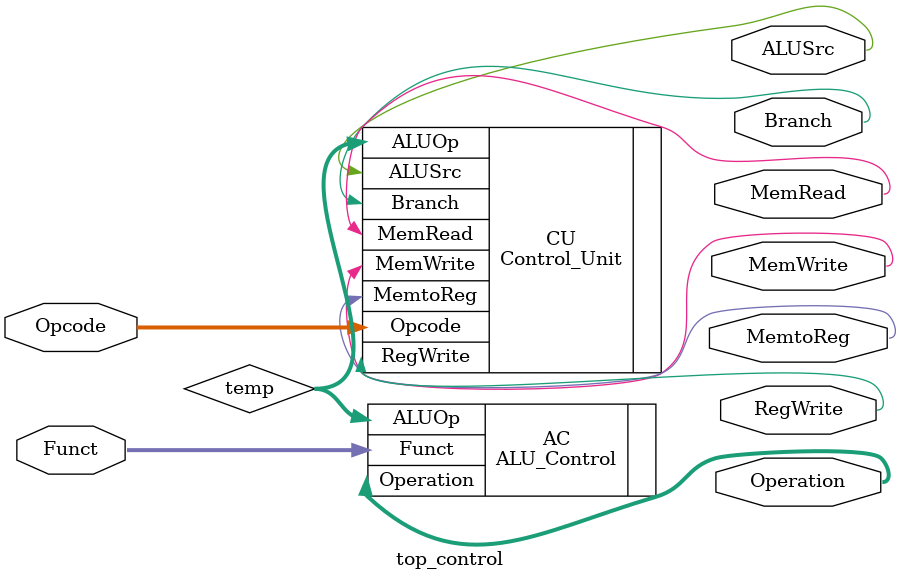
<source format=v>
module top_control
  (
   input [6:0] Opcode,
   input [3:0] Funct,
   output Branch,
   output MemRead,
   output MemtoReg,
   output MemWrite,
   output ALUSrc,
   output RegWrite,
   output [3:0] Operation
  );
  
  wire [1:0] temp;
  
  
 Control_Unit CU
 (
    .Opcode(Opcode),
    .Branch(Branch),
    .MemRead(MemRead),
    .MemtoReg(MemtoReg),
    .ALUOp(temp),
    .MemWrite(MemWrite),
    .ALUSrc(ALUSrc),
    .RegWrite(RegWrite)
 ); 
 
 ALU_Control AC

(
   .ALUOp(temp),
   .Funct(Funct),
   .Operation(Operation)
);
 
endmodule
 
 
</source>
